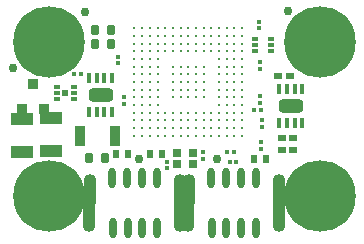
<source format=gts>
G04*
G04 #@! TF.GenerationSoftware,Altium Limited,Altium Designer,18.0.9 (584)*
G04*
G04 Layer_Color=8388736*
%FSLAX44Y44*%
%MOMM*%
G71*
G01*
G75*
%ADD29R,0.8636X0.9652*%
%ADD30R,1.8542X1.0668*%
G04:AMPARAMS|DCode=31|XSize=2.8702mm|YSize=1.0668mm|CornerRadius=0.5334mm|HoleSize=0mm|Usage=FLASHONLY|Rotation=270.000|XOffset=0mm|YOffset=0mm|HoleType=Round|Shape=RoundedRectangle|*
%AMROUNDEDRECTD31*
21,1,2.8702,0.0000,0,0,270.0*
21,1,1.8034,1.0668,0,0,270.0*
1,1,1.0668,0.0000,-0.9017*
1,1,1.0668,0.0000,0.9017*
1,1,1.0668,0.0000,0.9017*
1,1,1.0668,0.0000,-0.9017*
%
%ADD31ROUNDEDRECTD31*%
G04:AMPARAMS|DCode=32|XSize=0.6604mm|YSize=1.7526mm|CornerRadius=0.3302mm|HoleSize=0mm|Usage=FLASHONLY|Rotation=180.000|XOffset=0mm|YOffset=0mm|HoleType=Round|Shape=RoundedRectangle|*
%AMROUNDEDRECTD32*
21,1,0.6604,1.0922,0,0,180.0*
21,1,0.0000,1.7526,0,0,180.0*
1,1,0.6604,0.0000,0.5461*
1,1,0.6604,0.0000,0.5461*
1,1,0.6604,0.0000,-0.5461*
1,1,0.6604,0.0000,-0.5461*
%
%ADD32ROUNDEDRECTD32*%
%ADD33R,0.3508X0.9008*%
%ADD34R,0.6508X0.5508*%
%ADD37R,0.6604X0.5588*%
%ADD38R,0.5588X0.6604*%
%ADD40R,0.9652X1.6510*%
%ADD41C,0.2508*%
%ADD42R,0.8008X0.6508*%
%ADD43R,0.5080X0.3556*%
%ADD44R,0.6096X0.3048*%
%ADD45R,0.5588X0.5588*%
G04:AMPARAMS|DCode=46|XSize=2.0508mm|YSize=1.1508mm|CornerRadius=0.3004mm|HoleSize=0mm|Usage=FLASHONLY|Rotation=0.000|XOffset=0mm|YOffset=0mm|HoleType=Round|Shape=RoundedRectangle|*
%AMROUNDEDRECTD46*
21,1,2.0508,0.5500,0,0,0.0*
21,1,1.4500,1.1508,0,0,0.0*
1,1,0.6008,0.7250,-0.2750*
1,1,0.6008,-0.7250,-0.2750*
1,1,0.6008,-0.7250,0.2750*
1,1,0.6008,0.7250,0.2750*
%
%ADD46ROUNDEDRECTD46*%
G04:AMPARAMS|DCode=47|XSize=0.32mm|YSize=0.36mm|CornerRadius=0.08mm|HoleSize=0mm|Usage=FLASHONLY|Rotation=90.000|XOffset=0mm|YOffset=0mm|HoleType=Round|Shape=RoundedRectangle|*
%AMROUNDEDRECTD47*
21,1,0.3200,0.2000,0,0,90.0*
21,1,0.1600,0.3600,0,0,90.0*
1,1,0.1600,0.1000,0.0800*
1,1,0.1600,0.1000,-0.0800*
1,1,0.1600,-0.1000,-0.0800*
1,1,0.1600,-0.1000,0.0800*
%
%ADD47ROUNDEDRECTD47*%
G04:AMPARAMS|DCode=48|XSize=0.32mm|YSize=0.36mm|CornerRadius=0.08mm|HoleSize=0mm|Usage=FLASHONLY|Rotation=0.000|XOffset=0mm|YOffset=0mm|HoleType=Round|Shape=RoundedRectangle|*
%AMROUNDEDRECTD48*
21,1,0.3200,0.2000,0,0,0.0*
21,1,0.1600,0.3600,0,0,0.0*
1,1,0.1600,0.0800,-0.1000*
1,1,0.1600,-0.0800,-0.1000*
1,1,0.1600,-0.0800,0.1000*
1,1,0.1600,0.0800,0.1000*
%
%ADD48ROUNDEDRECTD48*%
G04:AMPARAMS|DCode=49|XSize=0.6096mm|YSize=0.9144mm|CornerRadius=0.1524mm|HoleSize=0mm|Usage=FLASHONLY|Rotation=0.000|XOffset=0mm|YOffset=0mm|HoleType=Round|Shape=RoundedRectangle|*
%AMROUNDEDRECTD49*
21,1,0.6096,0.6096,0,0,0.0*
21,1,0.3048,0.9144,0,0,0.0*
1,1,0.3048,0.1524,-0.3048*
1,1,0.3048,-0.1524,-0.3048*
1,1,0.3048,-0.1524,0.3048*
1,1,0.3048,0.1524,0.3048*
%
%ADD49ROUNDEDRECTD49*%
G04:AMPARAMS|DCode=50|XSize=0.7508mm|YSize=0.7508mm|CornerRadius=0.3754mm|HoleSize=0mm|Usage=FLASHONLY|Rotation=90.000|XOffset=0mm|YOffset=0mm|HoleType=Round|Shape=RoundedRectangle|*
%AMROUNDEDRECTD50*
21,1,0.7508,0.0000,0,0,90.0*
21,1,0.0000,0.7508,0,0,90.0*
1,1,0.7508,0.0000,0.0000*
1,1,0.7508,0.0000,0.0000*
1,1,0.7508,0.0000,0.0000*
1,1,0.7508,0.0000,0.0000*
%
%ADD50ROUNDEDRECTD50*%
%ADD51C,0.8108*%
%ADD52C,6.0508*%
D29*
X128750Y538426D02*
D03*
X138402Y517250D02*
D03*
X119250Y517250D02*
D03*
D30*
X119500Y508724D02*
D03*
X119500Y480500D02*
D03*
X144250Y509474D02*
D03*
X144250Y481250D02*
D03*
D31*
X337250Y447750D02*
D03*
X260646D02*
D03*
X253500D02*
D03*
X176896D02*
D03*
X337000Y427000D02*
D03*
X260396D02*
D03*
X253046Y427000D02*
D03*
X176442D02*
D03*
D32*
X317692Y416250D02*
D03*
X305246D02*
D03*
X292646Y416250D02*
D03*
X280146Y416250D02*
D03*
X233942D02*
D03*
X221496D02*
D03*
X208896Y416250D02*
D03*
X196396Y416250D02*
D03*
X317500Y458500D02*
D03*
X305000Y458500D02*
D03*
X292400D02*
D03*
X279954D02*
D03*
X233546D02*
D03*
X221046D02*
D03*
X208446D02*
D03*
X196000D02*
D03*
D33*
X337500Y505050D02*
D03*
X344000D02*
D03*
X350500D02*
D03*
X357000D02*
D03*
X337500Y533450D02*
D03*
X344000D02*
D03*
X350500D02*
D03*
X357000D02*
D03*
X176250Y514550D02*
D03*
X182750D02*
D03*
X189250D02*
D03*
X195750D02*
D03*
X176250Y542950D02*
D03*
X182750D02*
D03*
X189250Y542950D02*
D03*
X195750Y542950D02*
D03*
D34*
X346000Y545000D02*
D03*
X336000D02*
D03*
D37*
X349250Y482000D02*
D03*
Y492080D02*
D03*
X340000Y492000D02*
D03*
Y481920D02*
D03*
D38*
X326080Y474500D02*
D03*
X316000D02*
D03*
X238330Y479000D02*
D03*
X228250D02*
D03*
X209080D02*
D03*
X199000D02*
D03*
D40*
X168750Y493750D02*
D03*
X197982D02*
D03*
D41*
X214750Y494250D02*
D03*
Y500750D02*
D03*
Y507250D02*
D03*
Y513750D02*
D03*
Y520250D02*
D03*
Y526750D02*
D03*
Y533250D02*
D03*
Y539750D02*
D03*
Y546250D02*
D03*
Y552750D02*
D03*
Y559250D02*
D03*
Y565750D02*
D03*
Y572250D02*
D03*
Y578750D02*
D03*
Y585250D02*
D03*
X221250Y494250D02*
D03*
Y500750D02*
D03*
Y507250D02*
D03*
Y513750D02*
D03*
Y520250D02*
D03*
Y526750D02*
D03*
Y533250D02*
D03*
Y539750D02*
D03*
Y546250D02*
D03*
Y552750D02*
D03*
Y559250D02*
D03*
Y565750D02*
D03*
Y572250D02*
D03*
Y578750D02*
D03*
Y585250D02*
D03*
X227750Y494250D02*
D03*
Y500750D02*
D03*
Y507250D02*
D03*
Y513750D02*
D03*
Y520250D02*
D03*
Y526750D02*
D03*
Y533250D02*
D03*
Y539750D02*
D03*
Y546250D02*
D03*
Y552750D02*
D03*
Y559250D02*
D03*
Y565750D02*
D03*
Y572250D02*
D03*
Y578750D02*
D03*
Y585250D02*
D03*
X234250Y494250D02*
D03*
Y500750D02*
D03*
Y507250D02*
D03*
Y513750D02*
D03*
Y520250D02*
D03*
Y526750D02*
D03*
Y533250D02*
D03*
Y539750D02*
D03*
Y546250D02*
D03*
Y552750D02*
D03*
Y559250D02*
D03*
Y565750D02*
D03*
Y572250D02*
D03*
Y578750D02*
D03*
Y585250D02*
D03*
X240750Y494250D02*
D03*
Y500750D02*
D03*
Y507250D02*
D03*
Y513750D02*
D03*
Y565750D02*
D03*
Y572250D02*
D03*
Y578750D02*
D03*
Y585250D02*
D03*
X247250Y494250D02*
D03*
Y500750D02*
D03*
Y507250D02*
D03*
Y513750D02*
D03*
Y526750D02*
D03*
Y533250D02*
D03*
Y539750D02*
D03*
Y546250D02*
D03*
Y552750D02*
D03*
Y565750D02*
D03*
Y572250D02*
D03*
Y578750D02*
D03*
Y585250D02*
D03*
X253750Y494250D02*
D03*
X253750Y500750D02*
D03*
X253750Y507250D02*
D03*
Y513750D02*
D03*
Y526750D02*
D03*
Y533250D02*
D03*
Y539750D02*
D03*
Y546250D02*
D03*
Y552750D02*
D03*
Y565750D02*
D03*
Y572250D02*
D03*
Y578750D02*
D03*
Y585250D02*
D03*
X260250Y494250D02*
D03*
Y500750D02*
D03*
Y507250D02*
D03*
Y513750D02*
D03*
Y526750D02*
D03*
Y533250D02*
D03*
Y539750D02*
D03*
Y546250D02*
D03*
Y552750D02*
D03*
Y565750D02*
D03*
Y572250D02*
D03*
Y578750D02*
D03*
Y585250D02*
D03*
X266750Y494250D02*
D03*
Y500750D02*
D03*
Y507250D02*
D03*
Y513750D02*
D03*
Y526750D02*
D03*
Y533250D02*
D03*
Y539750D02*
D03*
Y546250D02*
D03*
Y552750D02*
D03*
Y565750D02*
D03*
Y572250D02*
D03*
Y578750D02*
D03*
Y585250D02*
D03*
X273250Y494250D02*
D03*
Y500750D02*
D03*
Y507250D02*
D03*
Y513750D02*
D03*
Y526750D02*
D03*
Y533250D02*
D03*
Y539750D02*
D03*
Y546250D02*
D03*
Y552750D02*
D03*
Y565750D02*
D03*
Y572250D02*
D03*
Y578750D02*
D03*
Y585250D02*
D03*
X279750Y494250D02*
D03*
Y500750D02*
D03*
Y507250D02*
D03*
Y513750D02*
D03*
Y565750D02*
D03*
Y572250D02*
D03*
Y578750D02*
D03*
Y585250D02*
D03*
X286250Y494250D02*
D03*
Y500750D02*
D03*
Y507250D02*
D03*
Y513750D02*
D03*
Y520250D02*
D03*
Y526750D02*
D03*
Y533250D02*
D03*
Y539750D02*
D03*
Y546250D02*
D03*
Y552750D02*
D03*
Y559250D02*
D03*
Y565750D02*
D03*
Y572250D02*
D03*
Y578750D02*
D03*
Y585250D02*
D03*
X292750Y494250D02*
D03*
Y500750D02*
D03*
Y507250D02*
D03*
Y513750D02*
D03*
Y520250D02*
D03*
Y526750D02*
D03*
Y533250D02*
D03*
Y539750D02*
D03*
Y546250D02*
D03*
Y552750D02*
D03*
Y559250D02*
D03*
Y565750D02*
D03*
Y572250D02*
D03*
Y578750D02*
D03*
Y585250D02*
D03*
X299250Y494250D02*
D03*
Y500750D02*
D03*
Y507250D02*
D03*
Y513750D02*
D03*
Y520250D02*
D03*
Y526750D02*
D03*
Y533250D02*
D03*
Y539750D02*
D03*
Y546250D02*
D03*
Y552750D02*
D03*
Y559250D02*
D03*
Y565750D02*
D03*
Y572250D02*
D03*
Y578750D02*
D03*
Y585250D02*
D03*
X305750Y494250D02*
D03*
Y500750D02*
D03*
Y507250D02*
D03*
Y513750D02*
D03*
Y520250D02*
D03*
Y526750D02*
D03*
Y533250D02*
D03*
Y539750D02*
D03*
Y546250D02*
D03*
Y552750D02*
D03*
Y559250D02*
D03*
Y565750D02*
D03*
Y572250D02*
D03*
Y578750D02*
D03*
Y585250D02*
D03*
D42*
X264000Y480000D02*
D03*
Y470000D02*
D03*
X250500Y480000D02*
D03*
Y470000D02*
D03*
D43*
X330500Y566000D02*
D03*
X330500Y576080D02*
D03*
X330500Y571000D02*
D03*
X316892Y576080D02*
D03*
X316892Y571000D02*
D03*
Y566000D02*
D03*
D44*
X148949Y535500D02*
D03*
X148950Y530500D02*
D03*
X148949Y525420D02*
D03*
X163616D02*
D03*
X163616Y530500D02*
D03*
X163615Y535500D02*
D03*
D45*
X156250Y530500D02*
D03*
D46*
X347250Y519250D02*
D03*
X186000Y528750D02*
D03*
D47*
X321250Y556300D02*
D03*
Y550700D02*
D03*
Y527800D02*
D03*
Y522200D02*
D03*
X205500Y526800D02*
D03*
Y521200D02*
D03*
X201000Y561050D02*
D03*
Y555450D02*
D03*
X323000Y507600D02*
D03*
Y502000D02*
D03*
X321500Y488550D02*
D03*
Y482950D02*
D03*
X242500Y472250D02*
D03*
Y466650D02*
D03*
X273000Y480550D02*
D03*
Y474950D02*
D03*
X320500Y590800D02*
D03*
Y585200D02*
D03*
D48*
X321800Y516250D02*
D03*
X316200D02*
D03*
X300800Y472250D02*
D03*
X295200D02*
D03*
X169300Y546250D02*
D03*
X163700D02*
D03*
X293450Y480500D02*
D03*
X299050D02*
D03*
D49*
X190000Y475000D02*
D03*
X176000D02*
D03*
X195250Y584000D02*
D03*
X181250D02*
D03*
X181250Y571500D02*
D03*
X195250D02*
D03*
D50*
X344750Y600000D02*
D03*
X173250Y599250D02*
D03*
X112000Y551500D02*
D03*
X284500Y474250D02*
D03*
X218500Y474750D02*
D03*
D51*
X388264Y589660D02*
D03*
X394750Y573500D02*
D03*
X387910Y557486D02*
D03*
X371750Y551000D02*
D03*
X355736Y557840D02*
D03*
X349250Y574000D02*
D03*
X356090Y590014D02*
D03*
X372250Y596500D02*
D03*
X158264Y589660D02*
D03*
X164750Y573500D02*
D03*
X157910Y557486D02*
D03*
X141750Y551000D02*
D03*
X125736Y557840D02*
D03*
X119250Y574000D02*
D03*
X126090Y590014D02*
D03*
X142250Y596500D02*
D03*
Y466250D02*
D03*
X126090Y459763D02*
D03*
X119250Y443750D02*
D03*
X125736Y427590D02*
D03*
X141750Y420750D02*
D03*
X157910Y427236D02*
D03*
X164750Y443250D02*
D03*
X158264Y459410D02*
D03*
X388264D02*
D03*
X394750Y443250D02*
D03*
X387910Y427236D02*
D03*
X371750Y420750D02*
D03*
X355736Y427590D02*
D03*
X349250Y443750D02*
D03*
X356090Y459763D02*
D03*
X372250Y466250D02*
D03*
D52*
X142000Y573750D02*
D03*
X372000D02*
D03*
X142000Y443500D02*
D03*
X372000D02*
D03*
M02*

</source>
